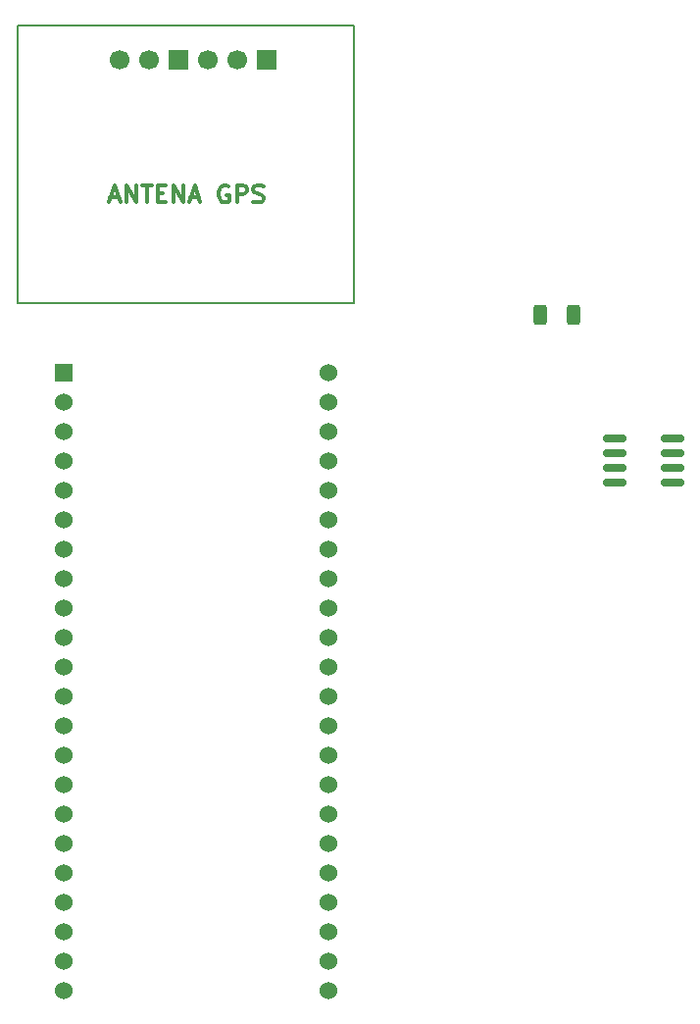
<source format=gbr>
%TF.GenerationSoftware,KiCad,Pcbnew,9.0.1*%
%TF.CreationDate,2025-04-13T13:12:51+02:00*%
%TF.ProjectId,esp32-schematic,65737033-322d-4736-9368-656d61746963,rev?*%
%TF.SameCoordinates,Original*%
%TF.FileFunction,Copper,L1,Top*%
%TF.FilePolarity,Positive*%
%FSLAX46Y46*%
G04 Gerber Fmt 4.6, Leading zero omitted, Abs format (unit mm)*
G04 Created by KiCad (PCBNEW 9.0.1) date 2025-04-13 13:12:51*
%MOMM*%
%LPD*%
G01*
G04 APERTURE LIST*
G04 Aperture macros list*
%AMRoundRect*
0 Rectangle with rounded corners*
0 $1 Rounding radius*
0 $2 $3 $4 $5 $6 $7 $8 $9 X,Y pos of 4 corners*
0 Add a 4 corners polygon primitive as box body*
4,1,4,$2,$3,$4,$5,$6,$7,$8,$9,$2,$3,0*
0 Add four circle primitives for the rounded corners*
1,1,$1+$1,$2,$3*
1,1,$1+$1,$4,$5*
1,1,$1+$1,$6,$7*
1,1,$1+$1,$8,$9*
0 Add four rect primitives between the rounded corners*
20,1,$1+$1,$2,$3,$4,$5,0*
20,1,$1+$1,$4,$5,$6,$7,0*
20,1,$1+$1,$6,$7,$8,$9,0*
20,1,$1+$1,$8,$9,$2,$3,0*%
G04 Aperture macros list end*
%ADD10C,0.300000*%
%TA.AperFunction,NonConductor*%
%ADD11C,0.300000*%
%TD*%
%TA.AperFunction,NonConductor*%
%ADD12C,0.200000*%
%TD*%
%TA.AperFunction,SMDPad,CuDef*%
%ADD13RoundRect,0.250000X-0.312500X-0.625000X0.312500X-0.625000X0.312500X0.625000X-0.312500X0.625000X0*%
%TD*%
%TA.AperFunction,SMDPad,CuDef*%
%ADD14RoundRect,0.150000X-0.825000X-0.150000X0.825000X-0.150000X0.825000X0.150000X-0.825000X0.150000X0*%
%TD*%
%TA.AperFunction,ComponentPad*%
%ADD15R,1.700000X1.700000*%
%TD*%
%TA.AperFunction,ComponentPad*%
%ADD16C,1.700000*%
%TD*%
%TA.AperFunction,ComponentPad*%
%ADD17R,1.530000X1.530000*%
%TD*%
%TA.AperFunction,ComponentPad*%
%ADD18C,1.530000*%
%TD*%
G04 APERTURE END LIST*
D10*
D11*
X73483082Y-29372257D02*
X74197368Y-29372257D01*
X73340225Y-29800828D02*
X73840225Y-28300828D01*
X73840225Y-28300828D02*
X74340225Y-29800828D01*
X74840224Y-29800828D02*
X74840224Y-28300828D01*
X74840224Y-28300828D02*
X75697367Y-29800828D01*
X75697367Y-29800828D02*
X75697367Y-28300828D01*
X76197368Y-28300828D02*
X77054511Y-28300828D01*
X76625939Y-29800828D02*
X76625939Y-28300828D01*
X77554510Y-29015114D02*
X78054510Y-29015114D01*
X78268796Y-29800828D02*
X77554510Y-29800828D01*
X77554510Y-29800828D02*
X77554510Y-28300828D01*
X77554510Y-28300828D02*
X78268796Y-28300828D01*
X78911653Y-29800828D02*
X78911653Y-28300828D01*
X78911653Y-28300828D02*
X79768796Y-29800828D01*
X79768796Y-29800828D02*
X79768796Y-28300828D01*
X80411654Y-29372257D02*
X81125940Y-29372257D01*
X80268797Y-29800828D02*
X80768797Y-28300828D01*
X80768797Y-28300828D02*
X81268797Y-29800828D01*
X83697368Y-28372257D02*
X83554511Y-28300828D01*
X83554511Y-28300828D02*
X83340225Y-28300828D01*
X83340225Y-28300828D02*
X83125939Y-28372257D01*
X83125939Y-28372257D02*
X82983082Y-28515114D01*
X82983082Y-28515114D02*
X82911653Y-28657971D01*
X82911653Y-28657971D02*
X82840225Y-28943685D01*
X82840225Y-28943685D02*
X82840225Y-29157971D01*
X82840225Y-29157971D02*
X82911653Y-29443685D01*
X82911653Y-29443685D02*
X82983082Y-29586542D01*
X82983082Y-29586542D02*
X83125939Y-29729400D01*
X83125939Y-29729400D02*
X83340225Y-29800828D01*
X83340225Y-29800828D02*
X83483082Y-29800828D01*
X83483082Y-29800828D02*
X83697368Y-29729400D01*
X83697368Y-29729400D02*
X83768796Y-29657971D01*
X83768796Y-29657971D02*
X83768796Y-29157971D01*
X83768796Y-29157971D02*
X83483082Y-29157971D01*
X84411653Y-29800828D02*
X84411653Y-28300828D01*
X84411653Y-28300828D02*
X84983082Y-28300828D01*
X84983082Y-28300828D02*
X85125939Y-28372257D01*
X85125939Y-28372257D02*
X85197368Y-28443685D01*
X85197368Y-28443685D02*
X85268796Y-28586542D01*
X85268796Y-28586542D02*
X85268796Y-28800828D01*
X85268796Y-28800828D02*
X85197368Y-28943685D01*
X85197368Y-28943685D02*
X85125939Y-29015114D01*
X85125939Y-29015114D02*
X84983082Y-29086542D01*
X84983082Y-29086542D02*
X84411653Y-29086542D01*
X85840225Y-29729400D02*
X86054511Y-29800828D01*
X86054511Y-29800828D02*
X86411653Y-29800828D01*
X86411653Y-29800828D02*
X86554511Y-29729400D01*
X86554511Y-29729400D02*
X86625939Y-29657971D01*
X86625939Y-29657971D02*
X86697368Y-29515114D01*
X86697368Y-29515114D02*
X86697368Y-29372257D01*
X86697368Y-29372257D02*
X86625939Y-29229400D01*
X86625939Y-29229400D02*
X86554511Y-29157971D01*
X86554511Y-29157971D02*
X86411653Y-29086542D01*
X86411653Y-29086542D02*
X86125939Y-29015114D01*
X86125939Y-29015114D02*
X85983082Y-28943685D01*
X85983082Y-28943685D02*
X85911653Y-28872257D01*
X85911653Y-28872257D02*
X85840225Y-28729400D01*
X85840225Y-28729400D02*
X85840225Y-28586542D01*
X85840225Y-28586542D02*
X85911653Y-28443685D01*
X85911653Y-28443685D02*
X85983082Y-28372257D01*
X85983082Y-28372257D02*
X86125939Y-28300828D01*
X86125939Y-28300828D02*
X86483082Y-28300828D01*
X86483082Y-28300828D02*
X86697368Y-28372257D01*
D12*
X65500000Y-14500000D02*
X94500000Y-14500000D01*
X94500000Y-38500000D01*
X65500000Y-38500000D01*
X65500000Y-14500000D01*
D13*
%TO.P,R1,1*%
%TO.N,CANH*%
X110575000Y-39500000D03*
%TO.P,R1,2*%
%TO.N,Net-(JP1-A)*%
X113500000Y-39500000D03*
%TD*%
D14*
%TO.P,U2,1,TXD*%
%TO.N,unconnected-(U2-TXD-Pad1)*%
X117050000Y-50190000D03*
%TO.P,U2,2,GND*%
%TO.N,unconnected-(U2-GND-Pad2)*%
X117050000Y-51460000D03*
%TO.P,U2,3,VCC*%
%TO.N,unconnected-(U2-VCC-Pad3)*%
X117050000Y-52730000D03*
%TO.P,U2,4,RXD*%
%TO.N,unconnected-(U2-RXD-Pad4)*%
X117050000Y-54000000D03*
%TO.P,U2,5,NC*%
%TO.N,unconnected-(U2-NC-Pad5)*%
X122000000Y-54000000D03*
%TO.P,U2,6,CANL*%
%TO.N,CANL*%
X122000000Y-52730000D03*
%TO.P,U2,7,CANH*%
%TO.N,CANH*%
X122000000Y-51460000D03*
%TO.P,U2,8,S*%
%TO.N,unconnected-(U2-S-Pad8)*%
X122000000Y-50190000D03*
%TD*%
D15*
%TO.P,J1,1,Pin_1*%
%TO.N,3.3V*%
X87000000Y-17500000D03*
D16*
%TO.P,J1,2,Pin_2*%
%TO.N,PPS*%
X84460000Y-17500000D03*
%TO.P,J1,3,Pin_3*%
%TO.N,TX*%
X81920000Y-17500000D03*
D15*
%TO.P,J1,4,Pin_4*%
%TO.N,RX*%
X79380000Y-17500000D03*
D16*
%TO.P,J1,5,Pin_5*%
%TO.N,GND*%
X76840000Y-17500000D03*
%TO.P,J1,6,Pin_6*%
%TO.N,5V*%
X74300000Y-17500000D03*
%TD*%
D17*
%TO.P,U1,J1_1,3V3*%
%TO.N,3.3V*%
X69500000Y-44500000D03*
D18*
%TO.P,U1,J1_2,3V3*%
X69500000Y-47040000D03*
%TO.P,U1,J1_3,RST*%
%TO.N,unconnected-(U1-RST-PadJ1_3)*%
X69500000Y-49580000D03*
%TO.P,U1,J1_4,GPIO4*%
%TO.N,unconnected-(U1-GPIO4-PadJ1_4)*%
X69500000Y-52120000D03*
%TO.P,U1,J1_5,GPIO5*%
%TO.N,PPS*%
X69500000Y-54660000D03*
%TO.P,U1,J1_6,GPIO6*%
%TO.N,unconnected-(U1-GPIO6-PadJ1_6)*%
X69500000Y-57200000D03*
%TO.P,U1,J1_7,GPIO7*%
%TO.N,unconnected-(U1-GPIO7-PadJ1_7)*%
X69500000Y-59740000D03*
%TO.P,U1,J1_8,GPIO15*%
%TO.N,unconnected-(U1-GPIO15-PadJ1_8)*%
X69500000Y-62280000D03*
%TO.P,U1,J1_9,GPIO16*%
%TO.N,unconnected-(U1-GPIO16-PadJ1_9)*%
X69500000Y-64820000D03*
%TO.P,U1,J1_10,GPIO17*%
%TO.N,unconnected-(U1-GPIO17-PadJ1_10)*%
X69500000Y-67360000D03*
%TO.P,U1,J1_11,GPIO18*%
%TO.N,unconnected-(U1-GPIO18-PadJ1_11)*%
X69500000Y-69900000D03*
%TO.P,U1,J1_12,GPIO8*%
%TO.N,unconnected-(U1-GPIO8-PadJ1_12)*%
X69500000Y-72440000D03*
%TO.P,U1,J1_13,GPIO3*%
%TO.N,unconnected-(U1-GPIO3-PadJ1_13)*%
X69500000Y-74980000D03*
%TO.P,U1,J1_14,GPIO46*%
%TO.N,unconnected-(U1-GPIO46-PadJ1_14)*%
X69500000Y-77520000D03*
%TO.P,U1,J1_15,GPIO9*%
%TO.N,unconnected-(U1-GPIO9-PadJ1_15)*%
X69500000Y-80060000D03*
%TO.P,U1,J1_16,GPIO10*%
%TO.N,unconnected-(U1-GPIO10-PadJ1_16)*%
X69500000Y-82600000D03*
%TO.P,U1,J1_17,GPIO11*%
%TO.N,unconnected-(U1-GPIO11-PadJ1_17)*%
X69500000Y-85140000D03*
%TO.P,U1,J1_18,GPIO12*%
%TO.N,unconnected-(U1-GPIO12-PadJ1_18)*%
X69500000Y-87680000D03*
%TO.P,U1,J1_19,GPIO13*%
%TO.N,unconnected-(U1-GPIO13-PadJ1_19)*%
X69500000Y-90220000D03*
%TO.P,U1,J1_20,GPIO14*%
%TO.N,unconnected-(U1-GPIO14-PadJ1_20)*%
X69500000Y-92760000D03*
%TO.P,U1,J1_21,5V0*%
%TO.N,5V*%
X69500000Y-95300000D03*
%TO.P,U1,J1_22,GND*%
%TO.N,GND*%
X69500000Y-97840000D03*
%TO.P,U1,J3_1,GND*%
X92360000Y-44500000D03*
%TO.P,U1,J3_2,U0TXD/GPIO43*%
%TO.N,TX*%
X92360000Y-47040000D03*
%TO.P,U1,J3_3,U0RXD/GPIO44*%
%TO.N,RX*%
X92360000Y-49580000D03*
%TO.P,U1,J3_4,GPIO1*%
%TO.N,unconnected-(U1-GPIO1-PadJ3_4)*%
X92360000Y-52120000D03*
%TO.P,U1,J3_5,GPIO2*%
%TO.N,unconnected-(U1-GPIO2-PadJ3_5)*%
X92360000Y-54660000D03*
%TO.P,U1,J3_6,MTMS/GPIO42*%
%TO.N,unconnected-(U1-MTMS{slash}GPIO42-PadJ3_6)*%
X92360000Y-57200000D03*
%TO.P,U1,J3_7,MTDI/GPIO41*%
%TO.N,unconnected-(U1-MTDI{slash}GPIO41-PadJ3_7)*%
X92360000Y-59740000D03*
%TO.P,U1,J3_8,MTDO/GPIO40*%
%TO.N,unconnected-(U1-MTDO{slash}GPIO40-PadJ3_8)*%
X92360000Y-62280000D03*
%TO.P,U1,J3_9,MTCK/GPIO39*%
%TO.N,unconnected-(U1-MTCK{slash}GPIO39-PadJ3_9)*%
X92360000Y-64820000D03*
%TO.P,U1,J3_10,GPIO38*%
%TO.N,unconnected-(U1-GPIO38-PadJ3_10)*%
X92360000Y-67360000D03*
%TO.P,U1,J3_11,GPIO37*%
%TO.N,unconnected-(U1-GPIO37-PadJ3_11)*%
X92360000Y-69900000D03*
%TO.P,U1,J3_12,GPIO36*%
%TO.N,unconnected-(U1-GPIO36-PadJ3_12)*%
X92360000Y-72440000D03*
%TO.P,U1,J3_13,GPIO35*%
%TO.N,unconnected-(U1-GPIO35-PadJ3_13)*%
X92360000Y-74980000D03*
%TO.P,U1,J3_14,GPIO0*%
%TO.N,unconnected-(U1-GPIO0-PadJ3_14)*%
X92360000Y-77520000D03*
%TO.P,U1,J3_15,GPIO45*%
%TO.N,unconnected-(U1-GPIO45-PadJ3_15)*%
X92360000Y-80060000D03*
%TO.P,U1,J3_16,GPIO48*%
%TO.N,unconnected-(U1-GPIO48-PadJ3_16)*%
X92360000Y-82600000D03*
%TO.P,U1,J3_17,GPIO47*%
%TO.N,unconnected-(U1-GPIO47-PadJ3_17)*%
X92360000Y-85140000D03*
%TO.P,U1,J3_18,GPIO21*%
%TO.N,unconnected-(U1-GPIO21-PadJ3_18)*%
X92360000Y-87680000D03*
%TO.P,U1,J3_19,USB_D+/GPIO20*%
%TO.N,unconnected-(U1-USB_D+{slash}GPIO20-PadJ3_19)*%
X92360000Y-90220000D03*
%TO.P,U1,J3_20,USB_D-/GPIO19*%
%TO.N,unconnected-(U1-USB_D-{slash}GPIO19-PadJ3_20)*%
X92360000Y-92760000D03*
%TO.P,U1,J3_21,GND*%
%TO.N,GND*%
X92360000Y-95300000D03*
%TO.P,U1,J3_22,GND*%
X92360000Y-97840000D03*
%TD*%
M02*

</source>
